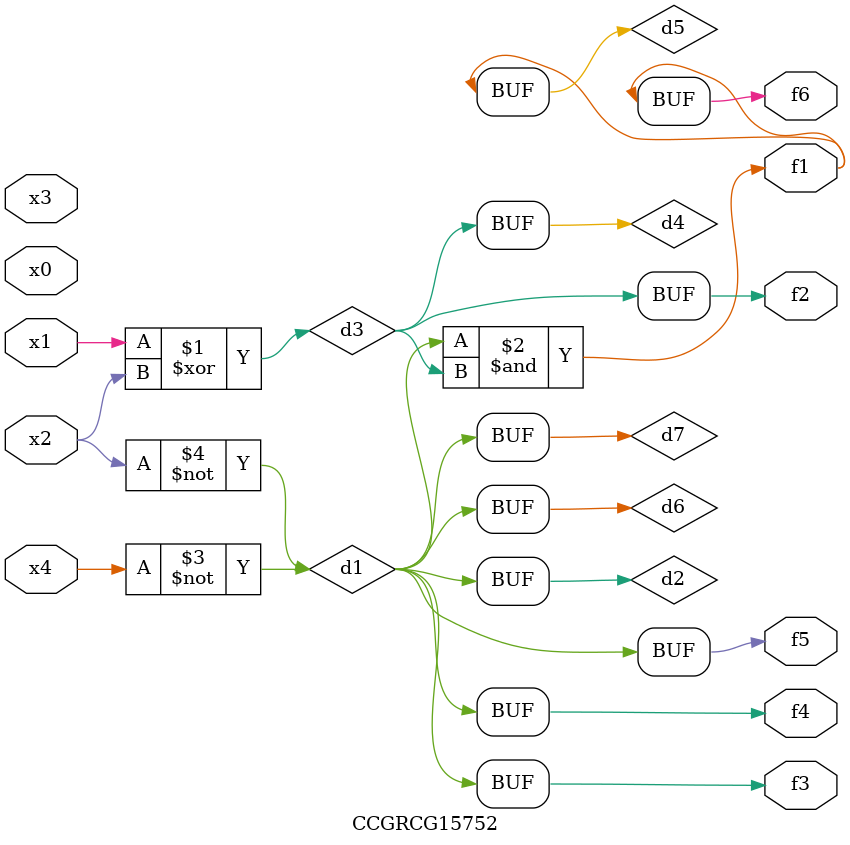
<source format=v>
module CCGRCG15752(
	input x0, x1, x2, x3, x4,
	output f1, f2, f3, f4, f5, f6
);

	wire d1, d2, d3, d4, d5, d6, d7;

	not (d1, x4);
	not (d2, x2);
	xor (d3, x1, x2);
	buf (d4, d3);
	and (d5, d1, d3);
	buf (d6, d1, d2);
	buf (d7, d2);
	assign f1 = d5;
	assign f2 = d4;
	assign f3 = d7;
	assign f4 = d7;
	assign f5 = d7;
	assign f6 = d5;
endmodule

</source>
